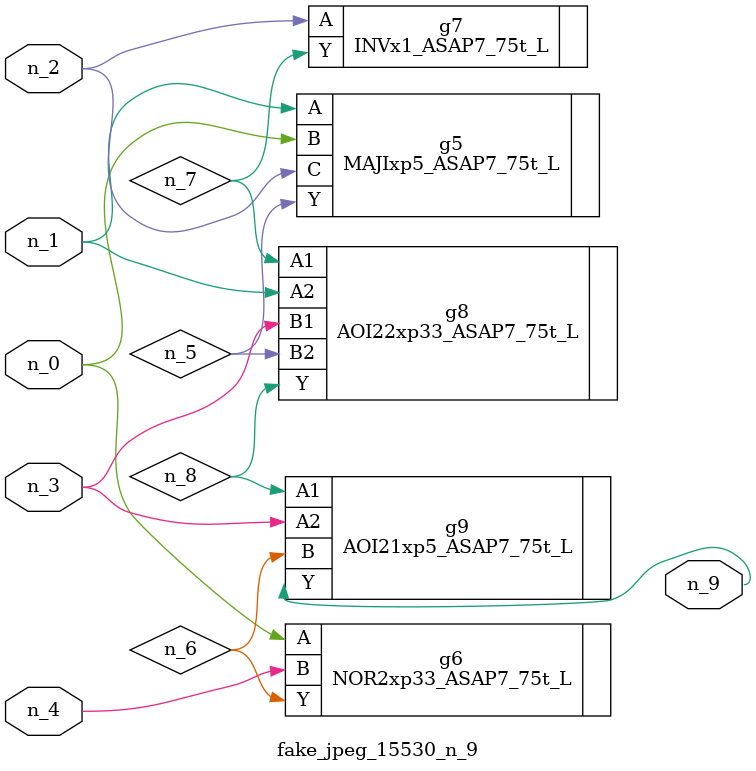
<source format=v>
module fake_jpeg_15530_n_9 (n_3, n_2, n_1, n_0, n_4, n_9);

input n_3;
input n_2;
input n_1;
input n_0;
input n_4;

output n_9;

wire n_8;
wire n_6;
wire n_5;
wire n_7;

MAJIxp5_ASAP7_75t_L g5 ( 
.A(n_1),
.B(n_0),
.C(n_2),
.Y(n_5)
);

NOR2xp33_ASAP7_75t_L g6 ( 
.A(n_0),
.B(n_4),
.Y(n_6)
);

INVx1_ASAP7_75t_L g7 ( 
.A(n_2),
.Y(n_7)
);

AOI22xp33_ASAP7_75t_L g8 ( 
.A1(n_7),
.A2(n_1),
.B1(n_3),
.B2(n_5),
.Y(n_8)
);

AOI21xp5_ASAP7_75t_L g9 ( 
.A1(n_8),
.A2(n_3),
.B(n_6),
.Y(n_9)
);


endmodule
</source>
